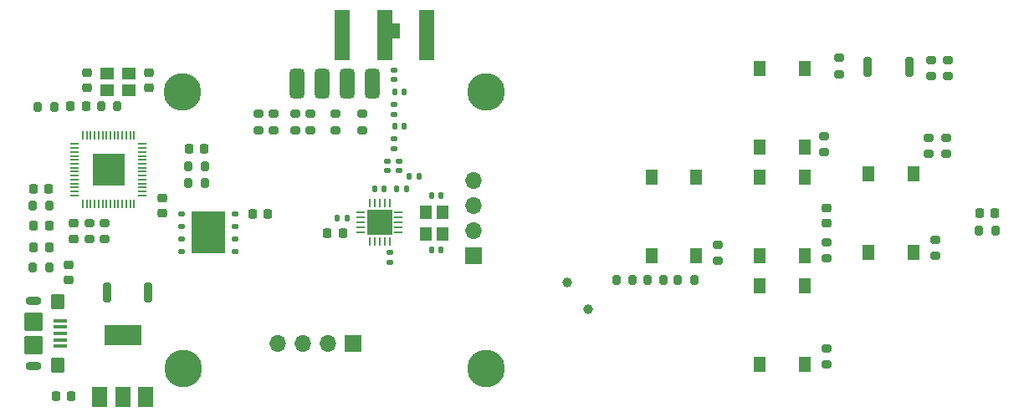
<source format=gbr>
%TF.GenerationSoftware,KiCad,Pcbnew,7.0.10-7.0.10~ubuntu22.04.1*%
%TF.CreationDate,2024-03-26T22:08:59+01:00*%
%TF.ProjectId,hackbat,6861636b-6261-4742-9e6b-696361645f70,rev?*%
%TF.SameCoordinates,Original*%
%TF.FileFunction,Soldermask,Top*%
%TF.FilePolarity,Negative*%
%FSLAX46Y46*%
G04 Gerber Fmt 4.6, Leading zero omitted, Abs format (unit mm)*
G04 Created by KiCad (PCBNEW 7.0.10-7.0.10~ubuntu22.04.1) date 2024-03-26 22:08:59*
%MOMM*%
%LPD*%
G01*
G04 APERTURE LIST*
G04 Aperture macros list*
%AMRoundRect*
0 Rectangle with rounded corners*
0 $1 Rounding radius*
0 $2 $3 $4 $5 $6 $7 $8 $9 X,Y pos of 4 corners*
0 Add a 4 corners polygon primitive as box body*
4,1,4,$2,$3,$4,$5,$6,$7,$8,$9,$2,$3,0*
0 Add four circle primitives for the rounded corners*
1,1,$1+$1,$2,$3*
1,1,$1+$1,$4,$5*
1,1,$1+$1,$6,$7*
1,1,$1+$1,$8,$9*
0 Add four rect primitives between the rounded corners*
20,1,$1+$1,$2,$3,$4,$5,0*
20,1,$1+$1,$4,$5,$6,$7,0*
20,1,$1+$1,$6,$7,$8,$9,0*
20,1,$1+$1,$8,$9,$2,$3,0*%
G04 Aperture macros list end*
%ADD10R,2.600000X2.600000*%
%ADD11RoundRect,0.062500X0.362500X-0.062500X0.362500X0.062500X-0.362500X0.062500X-0.362500X-0.062500X0*%
%ADD12RoundRect,0.062500X0.062500X-0.362500X0.062500X0.362500X-0.062500X0.362500X-0.062500X-0.362500X0*%
%ADD13C,1.000000*%
%ADD14R,1.700000X1.700000*%
%ADD15O,1.700000X1.700000*%
%ADD16RoundRect,0.218750X-0.218750X-0.256250X0.218750X-0.256250X0.218750X0.256250X-0.218750X0.256250X0*%
%ADD17R,1.500000X1.500000*%
%ADD18RoundRect,0.200000X-0.275000X0.200000X-0.275000X-0.200000X0.275000X-0.200000X0.275000X0.200000X0*%
%ADD19RoundRect,0.147500X0.172500X-0.147500X0.172500X0.147500X-0.172500X0.147500X-0.172500X-0.147500X0*%
%ADD20RoundRect,0.200000X0.200000X0.275000X-0.200000X0.275000X-0.200000X-0.275000X0.200000X-0.275000X0*%
%ADD21RoundRect,0.140000X0.170000X-0.140000X0.170000X0.140000X-0.170000X0.140000X-0.170000X-0.140000X0*%
%ADD22RoundRect,0.218750X0.218750X0.256250X-0.218750X0.256250X-0.218750X-0.256250X0.218750X-0.256250X0*%
%ADD23R,1.500000X5.080000*%
%ADD24RoundRect,0.200000X0.200000X0.800000X-0.200000X0.800000X-0.200000X-0.800000X0.200000X-0.800000X0*%
%ADD25RoundRect,0.225000X-0.225000X-0.250000X0.225000X-0.250000X0.225000X0.250000X-0.225000X0.250000X0*%
%ADD26RoundRect,0.200000X-0.200000X-0.275000X0.200000X-0.275000X0.200000X0.275000X-0.200000X0.275000X0*%
%ADD27RoundRect,0.140000X0.140000X0.170000X-0.140000X0.170000X-0.140000X-0.170000X0.140000X-0.170000X0*%
%ADD28RoundRect,0.200000X0.275000X-0.200000X0.275000X0.200000X-0.275000X0.200000X-0.275000X-0.200000X0*%
%ADD29R,1.300000X1.550000*%
%ADD30RoundRect,0.125000X-0.250000X-0.125000X0.250000X-0.125000X0.250000X0.125000X-0.250000X0.125000X0*%
%ADD31R,3.400000X4.300000*%
%ADD32RoundRect,0.140000X-0.140000X-0.170000X0.140000X-0.170000X0.140000X0.170000X-0.140000X0.170000X0*%
%ADD33C,3.800000*%
%ADD34RoundRect,0.375000X0.375000X-1.125000X0.375000X1.125000X-0.375000X1.125000X-0.375000X-1.125000X0*%
%ADD35RoundRect,0.100000X-0.575000X0.100000X-0.575000X-0.100000X0.575000X-0.100000X0.575000X0.100000X0*%
%ADD36O,1.600000X0.900000*%
%ADD37RoundRect,0.250000X-0.450000X0.550000X-0.450000X-0.550000X0.450000X-0.550000X0.450000X0.550000X0*%
%ADD38RoundRect,0.250000X-0.700000X0.700000X-0.700000X-0.700000X0.700000X-0.700000X0.700000X0.700000X0*%
%ADD39RoundRect,0.225000X-0.250000X0.225000X-0.250000X-0.225000X0.250000X-0.225000X0.250000X0.225000X0*%
%ADD40RoundRect,0.050000X0.387500X0.050000X-0.387500X0.050000X-0.387500X-0.050000X0.387500X-0.050000X0*%
%ADD41RoundRect,0.050000X0.050000X0.387500X-0.050000X0.387500X-0.050000X-0.387500X0.050000X-0.387500X0*%
%ADD42R,3.200000X3.200000*%
%ADD43RoundRect,0.135000X0.135000X0.185000X-0.135000X0.185000X-0.135000X-0.185000X0.135000X-0.185000X0*%
%ADD44R,1.400000X1.200000*%
%ADD45RoundRect,0.225000X0.250000X-0.225000X0.250000X0.225000X-0.250000X0.225000X-0.250000X-0.225000X0*%
%ADD46RoundRect,0.140000X-0.170000X0.140000X-0.170000X-0.140000X0.170000X-0.140000X0.170000X0.140000X0*%
%ADD47RoundRect,0.147500X0.147500X0.172500X-0.147500X0.172500X-0.147500X-0.172500X0.147500X-0.172500X0*%
%ADD48RoundRect,0.200000X-0.200000X-0.800000X0.200000X-0.800000X0.200000X0.800000X-0.200000X0.800000X0*%
%ADD49R,1.200000X1.400000*%
%ADD50R,1.500000X2.000000*%
%ADD51R,3.800000X2.000000*%
%ADD52RoundRect,0.225000X0.225000X0.250000X-0.225000X0.250000X-0.225000X-0.250000X0.225000X-0.250000X0*%
G04 APERTURE END LIST*
D10*
%TO.C,U6*%
X126500000Y-81925000D03*
D11*
X124575000Y-82925000D03*
X124575000Y-82425000D03*
X124575000Y-81925000D03*
X124575000Y-81425000D03*
X124575000Y-80925000D03*
D12*
X125500000Y-80000000D03*
X126000000Y-80000000D03*
X126500000Y-80000000D03*
X127000000Y-80000000D03*
X127500000Y-80000000D03*
D11*
X128425000Y-80925000D03*
X128425000Y-81425000D03*
X128425000Y-81925000D03*
X128425000Y-82425000D03*
X128425000Y-82925000D03*
D12*
X127500000Y-83850000D03*
X127000000Y-83850000D03*
X126500000Y-83850000D03*
X126000000Y-83850000D03*
X125500000Y-83850000D03*
%TD*%
D13*
%TO.C,TP8*%
X147600000Y-90700000D03*
%TD*%
%TO.C,TP7*%
X145500000Y-88000000D03*
%TD*%
D14*
%TO.C,J5*%
X123820000Y-94200000D03*
D15*
X121280000Y-94200000D03*
X118740000Y-94200000D03*
X116200000Y-94200000D03*
%TD*%
D16*
%TO.C,D1*%
X91462500Y-84500000D03*
X93037500Y-84500000D03*
%TD*%
D17*
%TO.C,AE1*%
X127750000Y-62500000D03*
%TD*%
D18*
%TO.C,R16*%
X119500000Y-70925000D03*
X119500000Y-72575000D03*
%TD*%
D19*
%TO.C,L4*%
X128000000Y-70965000D03*
X128000000Y-69995000D03*
%TD*%
D20*
%TO.C,R8*%
X93075000Y-80250000D03*
X91425000Y-80250000D03*
%TD*%
D21*
%TO.C,C17*%
X128000000Y-67460000D03*
X128000000Y-66500000D03*
%TD*%
D22*
%TO.C,D3*%
X188787500Y-81000000D03*
X187212500Y-81000000D03*
%TD*%
D16*
%TO.C,D2*%
X91462500Y-82290000D03*
X93037500Y-82290000D03*
%TD*%
D20*
%TO.C,R7*%
X93075000Y-86500000D03*
X91425000Y-86500000D03*
%TD*%
D18*
%TO.C,R10*%
X182750000Y-83675000D03*
X182750000Y-85325000D03*
%TD*%
D23*
%TO.C,J1*%
X127000000Y-62962500D03*
X122750000Y-62962500D03*
X131250000Y-62962500D03*
%TD*%
D24*
%TO.C,SW1*%
X103100000Y-89000000D03*
X98900000Y-89000000D03*
%TD*%
D25*
%TO.C,C8*%
X121225000Y-83000000D03*
X122775000Y-83000000D03*
%TD*%
D26*
%TO.C,R20*%
X187175000Y-82750000D03*
X188825000Y-82750000D03*
%TD*%
D27*
%TO.C,C13*%
X126965000Y-78500000D03*
X126005000Y-78500000D03*
%TD*%
D28*
%TO.C,R28*%
X182100000Y-75025000D03*
X182100000Y-73375000D03*
%TD*%
D29*
%TO.C,SW3*%
X176000000Y-85000000D03*
X176000000Y-77050000D03*
X180500000Y-85000000D03*
X180500000Y-77050000D03*
%TD*%
D28*
%TO.C,R4*%
X97125000Y-83625000D03*
X97125000Y-81975000D03*
%TD*%
D29*
%TO.C,SW6*%
X165000000Y-85315000D03*
X165000000Y-77365000D03*
X169500000Y-85315000D03*
X169500000Y-77365000D03*
%TD*%
D21*
%TO.C,C21*%
X128500000Y-76710000D03*
X128500000Y-75750000D03*
%TD*%
D18*
%TO.C,R14*%
X122000000Y-70925000D03*
X122000000Y-72575000D03*
%TD*%
D30*
%TO.C,U1*%
X106475000Y-81070000D03*
X106475000Y-82340000D03*
X106475000Y-83610000D03*
X106475000Y-84880000D03*
X111875000Y-84880000D03*
X111875000Y-83610000D03*
X111875000Y-82340000D03*
X111875000Y-81070000D03*
D31*
X109175000Y-82975000D03*
%TD*%
D32*
%TO.C,C16*%
X128020000Y-68730000D03*
X128980000Y-68730000D03*
%TD*%
D18*
%TO.C,R9*%
X171500000Y-73175000D03*
X171500000Y-74825000D03*
%TD*%
D20*
%TO.C,R24*%
X155225000Y-87800000D03*
X153575000Y-87800000D03*
%TD*%
D33*
%TO.C,U5*%
X106550000Y-68750000D03*
X106650000Y-96750000D03*
X137300000Y-68750000D03*
X137300000Y-96750000D03*
D34*
X118100000Y-67900000D03*
X120640000Y-67900000D03*
X123180000Y-67900000D03*
X125720000Y-67900000D03*
%TD*%
D35*
%TO.C,J2*%
X94175000Y-91900000D03*
X94175000Y-92550000D03*
X94175000Y-93200000D03*
X94175000Y-93850000D03*
X94175000Y-94500000D03*
D36*
X91500000Y-89900000D03*
D37*
X93950000Y-90000000D03*
D38*
X91500000Y-92000000D03*
X91500000Y-94400000D03*
D37*
X93950000Y-96400000D03*
D36*
X91500000Y-96500000D03*
%TD*%
D29*
%TO.C,SW5*%
X165000000Y-96315000D03*
X165000000Y-88365000D03*
X169500000Y-96315000D03*
X169500000Y-88365000D03*
%TD*%
D39*
%TO.C,C1*%
X95000000Y-86225000D03*
X95000000Y-87775000D03*
%TD*%
D19*
%TO.C,L1*%
X127250000Y-76715000D03*
X127250000Y-75745000D03*
%TD*%
D26*
%TO.C,R6*%
X98300000Y-70200000D03*
X99950000Y-70200000D03*
%TD*%
D29*
%TO.C,SW2*%
X165000000Y-74315000D03*
X165000000Y-66365000D03*
X169500000Y-74315000D03*
X169500000Y-66365000D03*
%TD*%
D25*
%TO.C,C5*%
X95225000Y-70200000D03*
X96775000Y-70200000D03*
%TD*%
D18*
%TO.C,R13*%
X171750000Y-83925000D03*
X171750000Y-85575000D03*
%TD*%
D28*
%TO.C,R29*%
X173000000Y-66925000D03*
X173000000Y-65275000D03*
%TD*%
%TO.C,R27*%
X183800000Y-75025000D03*
X183800000Y-73375000D03*
%TD*%
D18*
%TO.C,R12*%
X171750000Y-94675000D03*
X171750000Y-96325000D03*
%TD*%
D25*
%TO.C,C4*%
X113650000Y-81100000D03*
X115200000Y-81100000D03*
%TD*%
D40*
%TO.C,U2*%
X102500000Y-79200000D03*
X102500000Y-78800000D03*
X102500000Y-78400000D03*
X102500000Y-78000000D03*
X102500000Y-77600000D03*
X102500000Y-77200000D03*
X102500000Y-76800000D03*
X102500000Y-76400000D03*
X102500000Y-76000000D03*
X102500000Y-75600000D03*
X102500000Y-75200000D03*
X102500000Y-74800000D03*
X102500000Y-74400000D03*
X102500000Y-74000000D03*
D41*
X101662500Y-73162500D03*
X101262500Y-73162500D03*
X100862500Y-73162500D03*
X100462500Y-73162500D03*
X100062500Y-73162500D03*
X99662500Y-73162500D03*
X99262500Y-73162500D03*
X98862500Y-73162500D03*
X98462500Y-73162500D03*
X98062500Y-73162500D03*
X97662500Y-73162500D03*
X97262500Y-73162500D03*
X96862500Y-73162500D03*
X96462500Y-73162500D03*
D40*
X95625000Y-74000000D03*
X95625000Y-74400000D03*
X95625000Y-74800000D03*
X95625000Y-75200000D03*
X95625000Y-75600000D03*
X95625000Y-76000000D03*
X95625000Y-76400000D03*
X95625000Y-76800000D03*
X95625000Y-77200000D03*
X95625000Y-77600000D03*
X95625000Y-78000000D03*
X95625000Y-78400000D03*
X95625000Y-78800000D03*
X95625000Y-79200000D03*
D41*
X96462500Y-80037500D03*
X96862500Y-80037500D03*
X97262500Y-80037500D03*
X97662500Y-80037500D03*
X98062500Y-80037500D03*
X98462500Y-80037500D03*
X98862500Y-80037500D03*
X99262500Y-80037500D03*
X99662500Y-80037500D03*
X100062500Y-80037500D03*
X100462500Y-80037500D03*
X100862500Y-80037500D03*
X101262500Y-80037500D03*
X101662500Y-80037500D03*
D42*
X99062500Y-76600000D03*
%TD*%
D43*
%TO.C,R21*%
X123260000Y-81500000D03*
X122240000Y-81500000D03*
%TD*%
D32*
%TO.C,C19*%
X131770000Y-84750000D03*
X132730000Y-84750000D03*
%TD*%
D44*
%TO.C,Y1*%
X98925000Y-68550000D03*
X101125000Y-68550000D03*
X101125000Y-66850000D03*
X98925000Y-66850000D03*
%TD*%
D26*
%TO.C,R2*%
X107150000Y-76270000D03*
X108800000Y-76270000D03*
%TD*%
D28*
%TO.C,R26*%
X182300000Y-67125000D03*
X182300000Y-65475000D03*
%TD*%
D20*
%TO.C,R5*%
X93575000Y-70250000D03*
X91925000Y-70250000D03*
%TD*%
D19*
%TO.C,L3*%
X128000000Y-74465000D03*
X128000000Y-73495000D03*
%TD*%
D18*
%TO.C,R17*%
X118000000Y-70925000D03*
X118000000Y-72575000D03*
%TD*%
D20*
%TO.C,R23*%
X152125000Y-87800000D03*
X150475000Y-87800000D03*
%TD*%
D45*
%TO.C,C10*%
X104500000Y-81025000D03*
X104500000Y-79475000D03*
%TD*%
D46*
%TO.C,C18*%
X127500000Y-85000000D03*
X127500000Y-85960000D03*
%TD*%
D32*
%TO.C,C20*%
X131770000Y-79250000D03*
X132730000Y-79250000D03*
%TD*%
D28*
%TO.C,R3*%
X98625000Y-83625000D03*
X98625000Y-81975000D03*
%TD*%
D47*
%TO.C,L2*%
X129220000Y-78500000D03*
X128250000Y-78500000D03*
%TD*%
D48*
%TO.C,SW7*%
X175900000Y-66200000D03*
X180100000Y-66200000D03*
%TD*%
D29*
%TO.C,SW4*%
X154000000Y-85315000D03*
X154000000Y-77365000D03*
X158500000Y-85315000D03*
X158500000Y-77365000D03*
%TD*%
D45*
%TO.C,C2*%
X103125000Y-68325000D03*
X103125000Y-66775000D03*
%TD*%
D26*
%TO.C,R22*%
X156675000Y-87800000D03*
X158325000Y-87800000D03*
%TD*%
%TO.C,R1*%
X107150000Y-77970000D03*
X108800000Y-77970000D03*
%TD*%
D25*
%TO.C,C11*%
X93725000Y-99500000D03*
X95275000Y-99500000D03*
%TD*%
D32*
%TO.C,C15*%
X128020000Y-72230000D03*
X128980000Y-72230000D03*
%TD*%
D49*
%TO.C,Y2*%
X131150000Y-80900000D03*
X131150000Y-83100000D03*
X132850000Y-83100000D03*
X132850000Y-80900000D03*
%TD*%
D18*
%TO.C,R11*%
X160750000Y-84175000D03*
X160750000Y-85825000D03*
%TD*%
D39*
%TO.C,C3*%
X96925000Y-66775000D03*
X96925000Y-68325000D03*
%TD*%
D25*
%TO.C,C9*%
X91475000Y-78500000D03*
X93025000Y-78500000D03*
%TD*%
D50*
%TO.C,U3*%
X98200000Y-99650000D03*
X100500000Y-99650000D03*
D51*
X100500000Y-93350000D03*
D50*
X102800000Y-99650000D03*
%TD*%
D28*
%TO.C,R25*%
X184000000Y-67125000D03*
X184000000Y-65475000D03*
%TD*%
D45*
%TO.C,C12*%
X171750000Y-82025000D03*
X171750000Y-80475000D03*
%TD*%
D52*
%TO.C,C7*%
X108775000Y-74500000D03*
X107225000Y-74500000D03*
%TD*%
D18*
%TO.C,R15*%
X124750000Y-70925000D03*
X124750000Y-72575000D03*
%TD*%
D45*
%TO.C,C6*%
X95500000Y-83580000D03*
X95500000Y-82030000D03*
%TD*%
D27*
%TO.C,C14*%
X130480000Y-77230000D03*
X129520000Y-77230000D03*
%TD*%
D18*
%TO.C,R18*%
X115750000Y-70925000D03*
X115750000Y-72575000D03*
%TD*%
%TO.C,R19*%
X114240000Y-70925000D03*
X114240000Y-72575000D03*
%TD*%
D14*
%TO.C,J3*%
X136000000Y-85300000D03*
D15*
X136000000Y-82760000D03*
X136000000Y-80220000D03*
X136000000Y-77680000D03*
%TD*%
M02*

</source>
